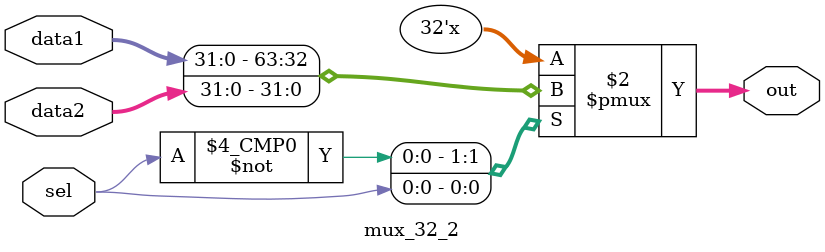
<source format=v>
module mux_32_2(
    input [31:0]data1,
    input [31:0]data2,
    input sel,
    output reg [31:0]out
);
    always@(*)begin
        case(sel)
            0:out=data1;
            1:out=data2;
        endcase
    end
endmodule


</source>
